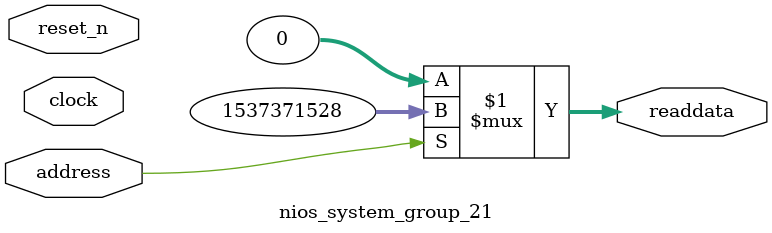
<source format=v>

`timescale 1ns / 1ps
// synthesis translate_on

// turn off superfluous verilog processor warnings 
// altera message_level Level1 
// altera message_off 10034 10035 10036 10037 10230 10240 10030 

module nios_system_group_21 (
               // inputs:
                address,
                clock,
                reset_n,

               // outputs:
                readdata
             )
;

  output  [ 31: 0] readdata;
  input            address;
  input            clock;
  input            reset_n;

  wire    [ 31: 0] readdata;
  //control_slave, which is an e_avalon_slave
  assign readdata = address ? 1537371528 : 0;

endmodule




</source>
